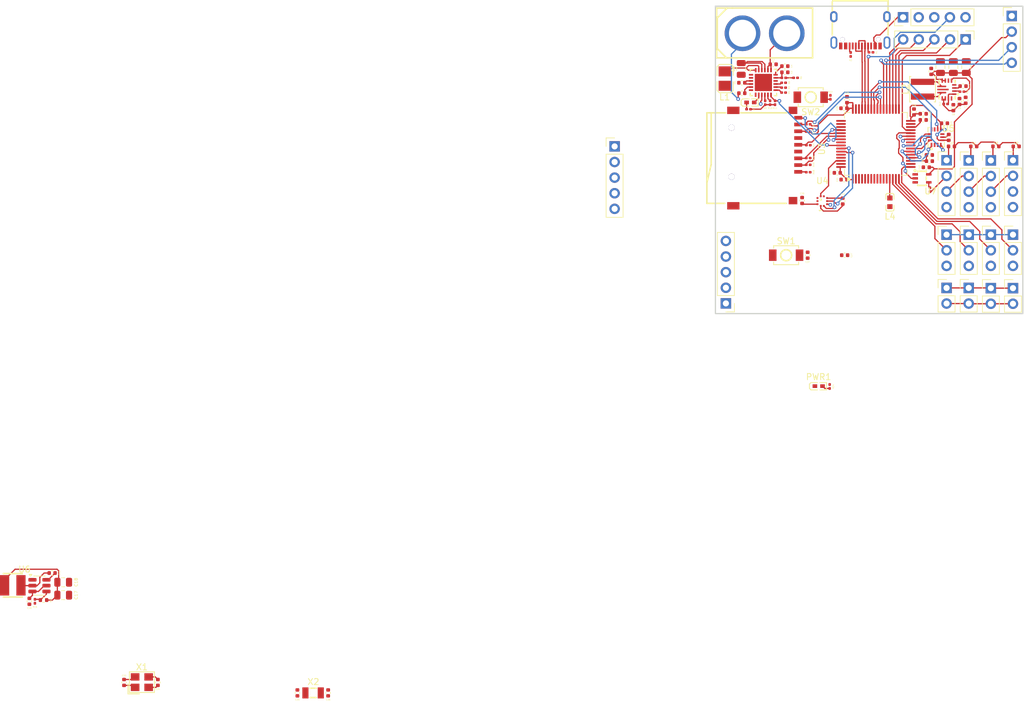
<source format=kicad_pcb>
(kicad_pcb (version 20241229) (generator "pcbnew") (generator_version "9.0")
  (layers (0 "F.Cu" signal) (2 "B.Cu" signal) (13 "F.Paste" user) (15 "B.Paste" user) (5 "F.SilkS" user "F.Silkscreen") (7 "B.SilkS" user "B.Silkscreen") (1 "F.Mask" user) (3 "B.Mask" user) (25 "Edge.Cuts" user))
  (net 0 "")
  (net 1 "PGND")
  (net 2 "VBUS")
  (net 3 "BAT+")
  (net 4 "GND")
  (net 5 "VREGN")
  (net 6 "Net-(U1-BTST)")
  (net 7 "/BTST")
  (net 8 "Net-(C5-Pad1)")
  (net 9 "VSYS")
  (net 10 "+5V")
  (net 11 "Net-(U5-Vaux)")
  (net 12 "Net-(U6-CB)")
  (net 13 "Net-(U6-SW)")
  (net 14 "+3.3V")
  (net 15 "Net-(U4-SDO)")
  (net 16 "Net-(U4-VDDIO)")
  (net 17 "Net-(U3-VCAP_1)")
  (net 18 "/HSE_IN")
  (net 19 "/HSE_OUT")
  (net 20 "/LSE_IN")
  (net 21 "/LSE_OUT")
  (net 22 "/RESET")
  (net 23 "Net-(LED2-Pin_1)")
  (net 24 "Net-(LED3-Pin_1)")
  (net 25 "Net-(LED0-Pin_1)")
  (net 26 "Net-(LED1-Pin_1)")
  (net 27 "/SD_CMD")
  (net 28 "/SD_DAT2")
  (net 29 "/SD_CD")
  (net 30 "/SD_DAT3")
  (net 31 "/SD_DAT0")
  (net 32 "/SD_CLK")
  (net 33 "/SD_DAT1")
  (net 34 "Net-(D1-A)")
  (net 35 "Net-(D1-K)")
  (net 36 "/MOTOR0")
  (net 37 "/MOTOR1")
  (net 38 "/MOTOR2")
  (net 39 "/MOTOR3")
  (net 40 "/PB12")
  (net 41 "/PC1")
  (net 42 "/PA15")
  (net 43 "/PB14")
  (net 44 "/PC3")
  (net 45 "/PB2")
  (net 46 "/PB15")
  (net 47 "/PC2")
  (net 48 "/PB13")
  (net 49 "/PC13")
  (net 50 "/PB4")
  (net 51 "/PC0")
  (net 52 "/PA10")
  (net 53 "/PA13")
  (net 54 "/PA14")
  (net 55 "/PB11")
  (net 56 "/PB1")
  (net 57 "/PC7")
  (net 58 "/PC6")
  (net 59 "Net-(L1-Pad1)")
  (net 60 "Net-(U5-L2)")
  (net 61 "Net-(U5-L1)")
  (net 62 "Net-(U3-VDDA)")
  (net 63 "/LED1")
  (net 64 "/LED0")
  (net 65 "/LED2")
  (net 66 "/LED3")
  (net 68 "Net-(USB1-CC1)")
  (net 69 "Net-(USB1-CC2)")
  (net 70 "Net-(U1-ILIM)")
  (net 71 "Net-(U1-TS)")
  (net 72 "/BQ_PG")
  (net 73 "/BQ_SDA")
  (net 74 "/BQ_SCL")
  (net 75 "/BQ_INT")
  (net 76 "Net-(U5-EN)")
  (net 77 "Net-(U5-FB)")
  (net 78 "Net-(U5-PG)")
  (net 79 "Net-(U6-FB)")
  (net 80 "/BOOT")
  (net 81 "Net-(U7-Y)")
  (net 85 "/BQ_CE")
  (net 87 "/ICM_SDI")
  (net 90 "/ICM_CS")
  (net 91 "/ICM_INT2")
  (net 92 "/ICM_INT1")
  (net 94 "/ICM_SDO")
  (net 97 "/ICM_SCK")
  (net 98 "/LVL_SHFT")
  (net 99 "/BMP_INT")
  (net 100 "/I2C_SCL")
  (net 101 "/I2C_SDA")
  (net 102 "/USB_DN")
  (net 103 "/USB_DP")
  (net 106 "Net-(PWR1-A)")
  (footprint "lcsc:LGA-10_L2.0-W2.0-P0.50-TL_BMP580" (layer "F.Cu") (at 218.08 73.7 90)
    (property "Reference" "U4")
    (property "Value" "BMP580" (hide yes))
  )
  (footprint "Resistor_SMD:R_0201_0603Metric" (layer "F.Cu") (at 206.09 58.75)
    (property "Reference" "R7" (hide yes))
    (property "Value" "10K" (hide yes))
  )
  (footprint "Capacitor_SMD:C_0402_1005Metric" (layer "F.Cu") (at 235.5 67.2)
    (property "Reference" "C30" (hide yes))
    (property "Value" "1Uf" (hide yes))
  )
  (footprint "Resistor_SMD:R_0201_0603Metric" (layer "F.Cu") (at 215.7875 62.4 180)
    (property "Reference" "R16" (hide yes))
    (property "Value" "10K" (hide yes))
  )
  (footprint "Capacitor_SMD:C_0402_1005Metric" (layer "F.Cu") (at 89.1 138.8 -90)
    (property "Reference" "C16" (hide yes))
    (property "Value" "2.2uF" (hide yes))
  )
  (footprint "lcsc:SW-SMD_L3.9-W3.0-P4.45" (layer "F.Cu") (at 216.2 56.8)
    (property "Reference" "SW2")
    (property "Value" "TS-1088-AR02016" (hide yes))
  )
  (footprint "Connector_PinHeader_2.54mm:PinHeader_1x03_P2.54mm_Vertical" (layer "F.Cu") (at 241.91 79.16)
    (property "Reference" "J3" (hide yes))
    (property "Value" "Conn_01x03" (hide yes))
  )
  (footprint "Capacitor_SMD:C_0402_1005Metric" (layer "F.Cu") (at 92.8 134.2 180)
    (property "Reference" "C15" (hide yes))
    (property "Value" "100nF" (hide yes))
  )
  (footprint "Package_QFP:LQFP-64_10x10mm_P0.5mm" (layer "F.Cu") (at 226.8 64.4 90)
    (property "Reference" "U3")
    (property "Value" "STM32F722RETx" (hide yes))
  )
  (footprint "Capacitor_SMD:C_0402_1005Metric" (layer "F.Cu") (at 214.8 73.6 90)
    (property "Reference" "C20" (hide yes))
    (property "Value" "100nF" (hide yes))
  )
  (footprint "Capacitor_SMD:C_0402_1005Metric" (layer "F.Cu") (at 240.98 55 180)
    (property "Reference" "C14" (hide yes))
    (property "Value" "100nF" (hide yes))
  )
  (footprint "Capacitor_SMD:C_0402_1005Metric" (layer "F.Cu") (at 221.4 73.7 90)
    (property "Reference" "C19" (hide yes))
    (property "Value" "100nF" (hide yes))
  )
  (footprint "Capacitor_SMD:C_0402_1005Metric" (layer "F.Cu") (at 222.1 57.2 90)
    (property "Reference" "C25" (hide yes))
    (property "Value" "100nF" (hide yes))
  )
  (footprint "lcsc:USB-C-SMD_TYPE-C-6PIN-2MD-073" (layer "F.Cu") (at 224.28 46.0825 180)
    (property "Reference" "USB1" (hide yes))
    (property "Value" "TYPE-C 16PIN 2MD(073)" (hide yes))
  )
  (footprint "Package_TO_SOT_SMD:SOT-23-6" (layer "F.Cu") (at 90.7375 136.25)
    (property "Reference" "U6")
    (property "Value" "LMR51430" (hide yes))
  )
  (footprint "Connector_PinHeader_2.54mm:PinHeader_1x04_P2.54mm_Vertical" (layer "F.Cu") (at 241.9 67.08)
    (property "Reference" "LED1" (hide yes))
    (property "Value" "Conn_01x04" (hide yes))
  )
  (footprint "lcsc:LED0402-R-RD" (layer "F.Cu") (at 206.39 57.65)
    (property "Reference" "D1" (hide yes))
    (property "Value" "LED" (hide yes))
  )
  (footprint "lcsc:LGA-14_L3.0-W2.5-P0.50-TL" (layer "F.Cu") (at 236.6 63.3 90)
    (property "Reference" "U2" (hide yes))
    (property "Value" "ICM-45686" (hide yes))
  )
  (footprint "Resistor_SMD:R_0201_0603Metric" (layer "F.Cu") (at 219.4 56.82 90)
    (property "Reference" "R22" (hide yes))
    (property "Value" "10K" (hide yes))
  )
  (footprint "Capacitor_SMD:C_0805_2012Metric" (layer "F.Cu") (at 239.4 51.9 90)
    (property "Reference" "C10" (hide yes))
    (property "Value" "22uF" (hide yes))
  )
  (footprint "Connector_PinHeader_2.54mm:PinHeader_1x03_P2.54mm_Vertical" (layer "F.Cu") (at 249.1 79.16)
    (property "Reference" "J5" (hide yes))
    (property "Value" "Conn_01x03" (hide yes))
  )
  (footprint "Capacitor_SMD:C_0402_1005Metric" (layer "F.Cu") (at 221.62 70.2 180)
    (property "Reference" "C31" (hide yes))
    (property "Value" "1uF" (hide yes))
  )
  (footprint "lcsc:IND-SMD_L4.0-W4.0-A" (layer "F.Cu") (at 234.4 55.5 90)
    (property "Reference" "L2" (hide yes))
    (property "Value" "1.5uH" (hide yes))
  )
  (footprint "Resistor_SMD:R_0201_0603Metric" (layer "F.Cu") (at 226 49.5 180)
    (property "Reference" "R1" (hide yes))
    (property "Value" "5.1K" (hide yes))
  )
  (footprint "Capacitor_SMD:C_0805_2012Metric" (layer "F.Cu") (at 94.6 135.7)
    (property "Reference" "C18" (hide yes))
    (property "Value" "22uF" (hide yes))
  )
  (footprint "Connector_PinHeader_2.54mm:PinHeader_1x03_P2.54mm_Vertical" (layer "F.Cu") (at 245.5 79.16)
    (property "Reference" "J4" (hide yes))
    (property "Value" "Conn_01x03" (hide yes))
  )
  (footprint "Resistor_SMD:R_0201_0603Metric" (layer "F.Cu") (at 215.7875 61.2 180)
    (property "Reference" "R17" (hide yes))
    (property "Value" "10K" (hide yes))
  )
  (footprint "Capacitor_SMD:C_0402_1005Metric" (layer "F.Cu") (at 249.62 64.8)
    (property "Reference" "C39" (hide yes))
    (property "Value" "0.1uF" (hide yes))
  )
  (footprint "lcsc:L0603" (layer "F.Cu") (at 229.075 73.9 -90)
    (property "Reference" "L4")
    (property "Value" "FCM1608KF-601T03" (hide yes))
  )
  (footprint "lcsc:FC-135R_L3.2-W1.5" (layer "F.Cu") (at 135.25 153.7)
    (property "Reference" "X2")
    (property "Value" "Q13FC1350000400" (hide yes))
  )
  (footprint "Resistor_SMD:R_0201_0603Metric" (layer "F.Cu") (at 215.7875 67.8 180)
    (property "Reference" "R19" (hide yes))
    (property "Value" "10K" (hide yes))
  )
  (footprint "lcsc:LED0402-R-RD" (layer "F.Cu") (at 217.5 103.8)
    (property "Reference" "PWR1")
    (property "Value" "16-213/GHC-YR1S1/3T" (hide yes))
  )
  (footprint "Capacitor_SMD:C_0402_1005Metric" (layer "F.Cu") (at 233 59.2 90)
    (property "Reference" "C26" (hide yes))
    (property "Value" "100nF" (hide yes))
  )
  (footprint "Capacitor_SMD:C_0805_2012Metric" (layer "F.Cu") (at 237.3 51.9 90)
    (property "Reference" "C11" (hide yes))
    (property "Value" "22uF" (hide yes))
  )
  (footprint "lcsc:CONN-TH_XT60" (layer "F.Cu") (at 208.7 46.4)
    (property "Reference" "U8" (hide yes))
    (property "Value" "XT60" (hide yes))
  )
  (footprint "Capacitor_SMD:C_0402_1005Metric" (layer "F.Cu") (at 204.99 56.15)
    (property "Reference" "C1" (hide yes))
    (property "Value" "1uF" (hide yes))
  )
  (footprint "Capacitor_SMD:C_0402_1005Metric" (layer "F.Cu") (at 237.95 61.04)
    (property "Reference" "C21" (hide yes))
    (property "Value" "100nF" (hide yes))
  )
  (footprint "lcsc:L2520" (layer "F.Cu") (at 202.295 53.77 -90)
    (property "Reference" "L1")
    (property "Value" "1uH" (hide yes))
  )
  (footprint "Resistor_SMD:R_0201_0603Metric" (layer "F.Cu") (at 208.79 57.695 90)
    (property "Reference" "R9" (hide yes))
    (property "Value" "10K" (hide yes))
  )
  (footprint "Connector_PinHeader_2.54mm:PinHeader_1x03_P2.54mm_Vertical" (layer "F.Cu") (at 238.3 79.16)
    (property "Reference" "J2" (hide yes))
    (property "Value" "Conn_01x03" (hide yes))
  )
  (footprint "Capacitor_SMD:C_0805_2012Metric" (layer "F.Cu") (at 204.895 52.2 -90)
    (property "Reference" "C6" (hide yes))
    (property "Value" "44uF" (hide yes))
  )
  (footprint "Connector_PinHeader_2.54mm:PinHeader_1x04_P2.54mm_Vertical" (layer "F.Cu") (at 248.9 43.59)
    (property "Reference" "J11" (hide yes))
    (property "Value" "Conn_01x04" (hide yes))
  )
  (footprint "lcsc:SC-70-5_L2.1-W1.3-P0.65-LS2.1-BR" (layer "F.Cu") (at 234.3 70 180)
    (property "Reference" "U7")
    (property "Value" "74AHCT1G125DCKRG4" (hide yes))
  )
  (footprint "Connector_PinHeader_2.54mm:PinHeader_1x04_P2.54mm_Vertical" (layer "F.Cu") (at 249.1 67.06)
    (property "Reference" "LED3" (hide yes))
    (property "Value" "Conn_01x04" (hide yes))
  )
  (footprint "Connector_PinHeader_2.54mm:PinHeader_1x05_P2.54mm_Vertical" (layer "F.Cu") (at 241.4 47.4 -90)
    (property "Reference" "J13" (hide yes))
    (property "Value" "Conn_01x05" (hide yes))
  )
  (footprint "Capacitor_SMD:C_0402_1005Metric" (layer "F.Cu") (at 220.52 69.1 180)
    (property "Reference" "C23" (hide yes))
    (property "Value" "100nF" (hide yes))
  )
  (footprint "Capacitor_SMD:C_0402_1005Metric" (layer "F.Cu") (at 235.5 66.2)
    (property "Reference" "C24" (hide yes))
    (property "Value" "100nF" (hide yes))
  )
  (footprint "Resistor_SMD:R_0402_1005Metric" (layer "F.Cu") (at 91.4 138.6)
    (property "Reference" "R14" (hide yes))
    (property "Value" "100K" (hide yes))
  )
  (footprint "Capacitor_SMD:C_0402_1005Metric" (layer "F.Cu") (at 234.5 60.5)
    (property "Reference" "C32" (hide yes))
    (property "Value" "2.2uF" (hide yes))
  )
  (footprint "Capacitor_SMD:C_0402_1005Metric" (layer "F.Cu") (at 221.6 58.6 180)
    (property "Reference" "C29" (hide yes))
    (property "Value" "1uF" (hide yes))
  )
  (footprint "Capacitor_SMD:C_0402_1005Metric" (layer "F.Cu") (at 235 68.2 180)
    (property "Reference" "C42" (hide yes))
    (property "Value" "0.1uF" (hide yes))
  )
  (footprint "Connector_PinHeader_2.54mm:PinHeader_1x05_P2.54mm_Vertical" (layer "F.Cu") (at 231.22 43.8 90)
    (property "Reference" "J1" (hide yes))
    (property "Value" "Conn_01x05" (hide yes))
  )
  (footprint "lcsc:TF-SMD_TF-01A" (layer "F.Cu") (at 208.8875 66.7 -90)
    (property "Reference" "Card1" (hide yes))
    (property "Value" "TF-01A" (hide yes))
  )
  (footprint "Connector_PinHeader_2.54mm:PinHeader_1x02_P2.54mm_Vertical" (layer "F.Cu") (at 241.9 87.825)
    (property "Reference" "J7" (hide yes))
    (property "Value" "Conn_01x02" (hide yes))
  )
  (footprint "Capacitor_SMD:C_0402_1005Metric" (layer "F.Cu") (at 242.72 64.8)
    (property "Reference" "C41" (hide yes))
    (property "Value" "0.1uF" (hide yes))
  )
  (footprint "lcsc:CRYSTAL-SMD_4P-L3.2-W2.5-BL" (layer "F.Cu") (at 107.4 151.95)
    (property "Reference" "X1")
    (property "Value" "X322525MOB4SI" (hide yes))
  )
  (footprint "Resistor_SMD:R_0201_0603Metric" (layer "F.Cu") (at 209.59 57.695 90)
    (property "Reference" "R10" (hide yes))
    (property "Value" "10K" (hide yes))
  )
  (footprint "Capacitor_SMD:C_0402_1005Metric" (layer "F.Cu") (at 235.8 52.6 90)
    (property "Reference" "C12" (hide yes))
    (property "Value" "10uF" (hide yes))
  )
  (footprint "lcsc:IND-SMD_L3.0-W3.0" (layer "F.Cu") (at 86.4 136.2)
    (property "Reference" "L3" (hide yes))
    (property "Value" "5.6uH" (hide yes))
  )
  (footprint "lcsc:SW-SMD_L3.9-W3.0-P4.45" (layer "F.Cu") (at 212.2 82.5)
    (property "Reference" "SW1")
    (property "Value" "TS-1088-AR02016" (hide yes))
  )
  (footprint "Capacitor_SMD:C_0402_1005Metric" (layer "F.Cu") (at 211.99 51.75)
    (property "Reference" "C4" (hide yes))
    (property "Value" "47nF" (hide yes))
  )
  (footprint "Connector_PinHeader_2.54mm:PinHeader_1x04_P2.54mm_Vertical" (layer "F.Cu") (at 245.5 67.08)
    (property "Reference" "LED2" (hide yes))
    (property "Value" "Conn_01x04" (hide yes))
  )
  (footprint "Capacitor_SMD:C_0402_1005Metric" (layer "F.Cu") (at 238.65 63.34 90)
    (property "Reference" "C22" (hide yes))
    (property "Value" "100nF" (hide yes))
  )
  (footprint "Capacitor_SMD:C_0402_1005Metric" (layer "F.Cu") (at 210.09 51.45)
    (property "Reference" "C2" (hide yes))
    (property "Value" "10uF" (hide yes))
  )
  (footprint "Resistor_SMD:R_0201_0603Metric" (layer "F.Cu") (at 215.7875 69 180)
    (property "Reference" "R18" (hide yes))
    (property "Value" "10K" (hide yes))
  )
  (footprint "lcsc:VQFN-HR-15_L3.0-W2.5-P0.50-BL_TPS63070RNMR" (layer "F.Cu") (at 238.53 55.55 90)
    (property "Reference" "U5")
    (property "Value" "TPS63070RNMR" (hide yes))
  )
  (footprint "Capacitor_SMD:C_0402_1005Metric" (layer "F.Cu") (at 137.7 153.7 -90)
    (property "Reference" "C36" (hide yes))
    (property "Value" "6.8pF" (hide yes))
  )
  (footprint "Resistor_SMD:R_0201_0603Metric" (layer "F.Cu") (at 235.6 71.845 90)
    (property "Reference" "R23" (hide yes))
    (property "Value" "330" (hide yes))
  )
  (footprint "Connector_PinHeader_2.54mm:PinHeader_1x02_P2.54mm_Vertical" (layer "F.Cu") (at 245.5 87.86)
    (property "Reference" "J8" (hide yes))
    (property "Value" "Conn_01x02" (hide yes))
  )
  (footprint "Capacitor_SMD:C_0402_1005Metric" (layer "F.Cu") (at 246.32 64.8)
    (property "Reference" "C38" (hide yes))
    (property "Value" "0.1uF" (hide yes))
  )
  (footprint "Resistor_SMD:R_0201_0603Metric" (layer "F.Cu") (at 211.79 55.25 180)
    (property "Reference" "R3" (hide yes))
    (property "Value" "383" (hide yes))
  )
  (footprint "Capacitor_SMD:C_0402_1005Metric" (layer "F.Cu") (at 211.99 52.75 180)
    (property "Reference" "C3" (hide yes))
    (property "Value" "10uF" (hide yes))
  )
  (footprint "lcsc:VFQFPN-24_L4.0-W4.0-P0.50-BL-EP2.8" (layer "F.Cu") (at 208.49 54.4)
    (property "Reference" "U1" (hide yes))
    (property "Value" "BQ25883RGER" (hide yes))
  )
  (footprint "Resistor_SMD:R_0201_0603Metric" (layer "F.Cu") (at 211.79 56.05 180)
    (property "Reference" "R5" (hide yes))
    (property "Value" "30.1K" (hide yes))
  )
  (footprint "Capacitor_SMD:C_0402_1005Metric" (layer "F.Cu") (at 241.4 57.3 90)
    (property "Reference" "C7" (hide yes))
    (property "Value" "10uF" (hide yes))
  )
  (footprint "Resistor_SMD:R_0201_0603Metric" (layer "F.Cu") (at 240.8 55.9)
    (property "Reference" "R13" (hide yes))
    (property "Value" "10K" (hide yes))
  )
  (footprint "Connector_PinHeader_2.54mm:PinHeader_1x05_P2.54mm_Vertical" (layer "F.Cu") (at 202.4 90.34 180)
    (property "Reference" "J10" (hide yes))
    (property "Value" "Conn_01x05" (hide yes))
  )
  (footprint "Capacitor_SMD:C_0402_1005Metric" (layer "F.Cu") (at 240.4 57.5 90)
    (property "Reference" "C9" (hide yes))
    (property "Value" "10uF" (hide yes))
  )
  (footprint "Connector_PinHeader_2.54mm:PinHeader_1x02_P2.54mm_Vertical" (layer "F.Cu") (at 249.1 87.86)
    (property "Reference" "J9" (hide yes))
    (property "Value" "Conn_01x02" (hide yes))
  )
  (footprint "Resistor_SMD:R_0201_0603Metric" (layer "F.Cu") (at 215.7875 66.7 180)
    (property "Reference" "R20" (hide yes))
    (property "Value" "10K" (hide yes))
  )
  (footprint "Connector_PinHeader_2.54mm:PinHeader_1x05_P2.54mm_Vertical" (layer "F.Cu") (at 184.3 64.8)
    (property "Reference" "J12" (hide yes))
    (property "Value" "Conn_01x05" (hide yes))
  )
  (footprint "Connector_PinHeader_2.54mm:PinHeader_1x04_P2.54mm_Vertical" (layer "F.Cu") (at 238.3 67.06)
    (property "Reference" "LED0" (hide yes))
    (property "Value" "Conn_01x04" (hide yes))
  )
  (footprint "Resistor_SMD:R_0201_0603Metric" (layer "F.Cu") (at 238.145 57.9 180)
    (property "Reference" "R12" (hide yes))
    (property "Value" "10K" (hide yes))
  )
  (footprint "Resistor_SMD:R_0201_0603Metric" (layer "F.Cu") (at 219.28 103.855 -90)
    (property "Reference" "R24" (hide yes))
    (property "Value" "44" (hide yes))
  )
  (footprint "Capacitor_SMD:C_0402_1005Metric" (layer "F.Cu") (at 234.5 59.5)
    (property "Reference" "C28" (hide yes))
    (property "Value" "1uF" (hide yes))
  )
  (footprint "Resistor_SMD:R_0201_0603Metric" (layer "F.Cu") (at 213.735 53.65 180)
    (property "Reference" "R6" (hide yes))
    (property "Value" "10K" (hide yes))
  )
  (footprint "Resistor_SMD:R_0201_0603Metric" (layer "F.Cu") (at 210.39 57.695 90)
    (property "Reference" "R11" (hide yes))
    (property "Value" "10K" (hide yes))
  )
  (footprint "Resistor_SMD:R_0201_0603Metric" (layer "F.Cu") (at 222.7 49.845 90)
    (property "Reference" "R2" (hide yes))
    (property "Value" "5.1K" (hide yes))
  )
  (footprint "Capacitor_SMD:C_0805_2012Metric" (layer "F.Cu") (at 94.6 137.8)
    (property "Reference" "C17" (hide yes))
    (property "Value" "22uF" (hide yes))
  )
  (footprint "Resistor_SMD:R_0201_0603Metric" (layer "F.Cu") (at 211.81 53.65 180)
    (property "Reference" "R4" (hide yes))
    (property "Value" "5.23K" (hide yes))
  )
  (footprint "Resistor_SMD:R_0201_0603Metric" (layer "F.Cu") (at 215.8075 64.6 180)
    (property "Reference" "R21" (hide yes))
    (property "Value" "10K" (hide yes))
  )
  (footprint "Capacitor_SMD:C_0402_1005Metric" (layer "F.Cu") (at 104.5 152 90)
    (property "Reference" "C33" (hide yes))
    (property "Value" "20pF" (hide yes))
  )
  (footprint "Capacitor_SMD:C_0402_1005Metric" (layer "F.Cu") (at 110 152 -90)
    (property "Reference" "C34" (hide yes))
    (property "Value" "20pF" (hide yes))
  )
  (footprint "Capacitor_SMD:C_0402_1005Metric" (layer "F.Cu") (at 221.72 82.5)
    (property "Reference" "C27" (hide yes))
    (property "Value" "100nF" (hide yes))
  )
  (footprint "Resistor_SMD:R_0201_0603Metric" (layer "F.Cu") (at 211.79 54.45)
    (property "Reference" "R8" (hide yes))
    (property "Value" "10K" (hide yes))
  )
  (footprint "Capacitor_SMD:C_0402_1005Metric" (layer "F.Cu") (at 204.99 54.45 180)
    (property "Reference" "C5" (hide yes))
    (property "Value" "10uF" (hide yes))
  )
  (footprint "Resistor_SMD:R_0201_0603Metric" (layer "F.Cu") (at 90 138.8 -90)
    (property "Reference" "R15" (hide yes))
    (property "Value" "22.1K" (hide yes))
  )
  (footprint "Capacitor_SMD:C_0402_1005Metric" (layer "F.Cu") (at 239.1 64.8)
    (property "Reference" "C40" (hide yes))
    (property "Value" "0.1uF" (hide yes))
  )
  (footprint "Connector_PinHeader_2.54mm:PinHeader_1x02_P2.54mm_Vertical" (layer "F.Cu") (at 238.3 87.825)
    (property "Reference" "J6" (hide yes))
    (property "Value" "Conn_01x02" (hide yes))
  )
  (footprint "Capacitor_SMD:C_0402_1005Metric" (layer "F.Cu") (at 132.7 153.7 -90)
    (property "Reference" "C35" (hide yes))
    (property "Value" "6.8pF" (hide yes))
  )
  (footprint "Capacitor_SMD:C_0402_1005Metric" (layer "F.Cu") (at 215.7 82.5 90)
    (property "Reference" "C37" (hide yes))
    (property "Value" "100nF" (hide yes))
  )
  (footprint "Capacitor_SMD:C_0805_2012Metric" (layer "F.Cu") (at 241.5 51.9 90)
    (property "Reference" "C13" (hide yes))
    (property "Value" "22uF" (hide yes))
  )
  (footprint "Capacitor_SMD:C_0402_1005Metric" (layer "F.Cu") (at 239.4 58.5 90)
    (property "Reference" "C8" (hide yes))
    (property "Value" "10uF" (hide yes))
  )
  (gr_rect (start 200.7 42) (end 250.7 92) (stroke (width 0.2)) (fill no) (layer "Edge.Cuts"))
  (gr_text "R21" (at 216.6875 64.6 90) (layer "F.SilkS") (effects (font (size 0.25 0.25) (thickness 0.04))))
  (segment (start 241.9 90.365) (end 238.3 90.365) (width 0.2) (layer "F.Cu") (net 1))
  (segment (start 205.1 46.4) (end 205.1 48) (width 0.2) (layer "F.Cu") (net 1))
  (segment (start 204.4 57.1) (end 204.4 56.26) (width 0.2) (layer "F.Cu") (net 1))
  (segment (start 249.1 90.4) (end 245.5 90.4) (width 0.2) (layer "F.Cu") (net 1))
  (segment (start 241.935 90.4) (end 241.9 90.365) (width 0.2) (layer "F.Cu") (net 1))
  (segment (start 204.4 56.26) (end 204.51 56.15) (width 0.2) (layer "F.Cu") (net 1))
  (segment (start 245.5 90.4) (end 241.935 90.4) (width 0.2) (layer "F.Cu") (net 1))
  (via (at 204.4 57.1) (size 0.6) (drill 0.3) (layers "F.Cu" "B.Cu") (net 1))
  (segment (start 203.3 56) (end 204.4 57.1) (width 0.2) (layer "B.Cu") (net 1))
  (segment (start 203.3 49.8) (end 203.3 56) (width 0.2) (layer "B.Cu") (net 1))
  (segment (start 205.1 48) (end 205.1 46.4) (width 0.2) (layer "B.Cu") (net 1))
  (segment (start 203.3 49.8) (end 205.1 48) (width 0.2) (layer "B.Cu") (net 1))
  (segment (start 226.469 47.672864) (end 226.68 47.883864) (width 0.2) (layer "F.Cu") (net 2))
  (segment (start 226.469 47.092136) (end 226.469 47.672864) (width 0.2) (layer "F.Cu") (net 2))
  (segment (start 226.879636 46.6815) (end 226.469 47.092136) (width 0.2) (layer "F.Cu") (net 2))
  (segment (start 205.898 55.15) (end 205.47 55.578) (width 0.2) (layer "F.Cu") (net 2))
  (segment (start 227.460364 46.6815) (end 226.879636 46.6815) (width 0.2) (layer "F.Cu") (net 2))
  (segment (start 226.68 47.883864) (end 226.68 48.4625) (width 0.2) (layer "F.Cu") (net 2))
  (segment (start 206.49 55.15) (end 205.898 55.15) (width 0.2) (layer "F.Cu") (net 2))
  (segment (start 231.22 43.8) (end 230.341864 43.8) (width 0.2) (layer "F.Cu") (net 2))
  (segment (start 205.47 55.578) (end 205.47 56.15) (width 0.2) (layer "F.Cu") (net 2))
  (segment (start 230.341864 43.8) (end 227.460364 46.6815) (width 0.2) (layer "F.Cu") (net 2))
  (segment (start 209.61 49.09) (end 209.61 51.45) (width 0.2) (layer "F.Cu") (net 3))
  (segment (start 209.24 52.4) (end 209.24 51.82) (width 0.2) (layer "F.Cu") (net 3))
  (segment (start 209.24 51.82) (end 209.61 51.45) (width 0.2) (layer "F.Cu") (net 3))
  (segment (start 212.3 46.4) (end 209.61 49.09) (width 0.2) (layer "F.Cu") (net 3))
  (segment (start 209.74 52.4) (end 209.74 51.58) (width 0.2) (layer "F.Cu") (net 3))
  (segment (start 209.74 51.58) (end 209.61 51.45) (width 0.2) (layer "F.Cu") (net 3))
  (segment (start 105.88 151.52) (end 106.3 151.1) (width 0.2) (layer "F.Cu") (net 4))
  (segment (start 108.5 152.8) (end 109.68 152.8) (width 0.2) (layer "F.Cu") (net 4))
  (segment (start 104.5 151.52) (end 105.88 151.52) (width 0.2) (layer "F.Cu") (net 4))
  (segment (start 109.68 152.8) (end 110 152.48) (width 0.2) (layer "F.Cu") (net 4))
  (segment (start 218.86 74.2) (end 219.288706 74.2) (width 0.2) (layer "F.Cu") (net 4))
  (segment (start 219.288706 74.2) (end 219.388706 74.3) (width 0.2) (layer "F.Cu") (net 4))
  (segment (start 238.21 63.3) (end 238.65 62.86) (width 0.2) (layer "F.Cu") (net 4))
  (segment (start 237.61 63.3) (end 238.21 63.3) (width 0.2) (layer "F.Cu") (net 4))
  (via (at 219.388706 74.3) (size 0.6) (drill 0.3) (layers "F.Cu" "B.Cu") (net 4))
  (segment (start 210.49 53.65) (end 211.49 53.65) (width 0.2) (layer "F.Cu") (net 5))
  (segment (start 211.51 53.63) (end 211.49 53.65) (width 0.2) (layer "F.Cu") (net 5))
  (segment (start 211.51 52.75) (end 211.51 53.63) (width 0.2) (layer "F.Cu") (net 5))
  (segment (start 210.49 53.15) (end 210.49 52.77) (width 0.2) (layer "F.Cu") (net 6))
  (segment (start 210.49 52.77) (end 211.51 51.75) (width 0.2) (layer "F.Cu") (net 6))
  (segment (start 205.77 54.15) (end 205.47 54.45) (width 0.2) (layer "F.Cu") (net 8))
  (segment (start 206.49 54.65) (end 205.67 54.65) (width 0.2) (layer "F.Cu") (net 8))
  (segment (start 206.49 54.15) (end 205.77 54.15) (width 0.2) (layer "F.Cu") (net 8))
  (segment (start 205.67 54.65) (end 205.47 54.45) (width 0.2) (layer "F.Cu") (net 8))
  (segment (start 208.295 51) (end 205.895 51) (width 0.2) (layer "F.Cu") (net 9))
  (segment (start 237.825 57.225) (end 237.825 57.275) (width 0.2) (layer "F.Cu") (net 9))
  (segment (start 241.2 57.98) (end 241.4 57.78) (width 0.2) (layer "F.Cu") (net 9))
  (segment (start 208.74 52.4) (end 208.74 51.445) (width 0.2) (layer "F.Cu") (net 9))
  (segment (start 238.3 87.825) (end 241.9 87.825) (width 0.2) (layer "F.Cu") (net 9))
  (segment (start 245.465 87.825) (end 245.5 87.86) (width 0.2) (layer "F.Cu") (net 9))
  (segment (start 208.045 51.25) (end 208.24 51.445) (width 0.2) (layer "F.Cu") (net 9))
  (segment (start 249.1 87.86) (end 245.5 87.86) (width 0.2) (layer "F.Cu") (net 9))
  (segment (start 239.4 58.98) (end 240.4 57.98) (width 0.2) (layer "F.Cu") (net 9))
  (segment (start 237.825 58.125) (end 238.68 58.98) (width 0.2) (layer "F.Cu") (net 9))
  (segment (start 204.895 51.25) (end 208.045 51.25) (width 0.2) (layer "F.Cu") (net 9))
  (segment (start 90.570532 137.2) (end 91.520532 136.25) (width 0.2) (layer "F.Cu") (net 9))
  (segment (start 89.6 137.2) (end 90.570532 137.2) (width 0.2) (layer "F.Cu") (net 9))
  (segment (start 205.645 51.25) (end 204.895 51.25) (width 0.2) (layer "F.Cu") (net 9))
  (segment (start 205.895 51) (end 205.645 51.25) (width 0.2) (layer "F.Cu") (net 9))
  (segment (start 208.74 51.445) (end 208.295 51) (width 0.2) (layer "F.Cu") (net 9))
  (segment (start 240.4 57.98) (end 241.2 57.98) (width 0.2) (layer "F.Cu") (net 9))
  (segment (start 237.825 57.275) (end 238.1 57) (width 0.2) (layer "F.Cu") (net 9))
  (segment (start 241.9 87.825) (end 245.465 87.825) (width 0.2) (layer "F.Cu") (net 9))
  (segment (start 208.24 51.445) (end 208.24 52.4) (width 0.2) (layer "F.Cu") (net 9))
  (segment (start 237.825 57.9) (end 237.825 58.125) (width 0.2) (layer "F.Cu") (net 9))
  (segment (start 89.6 137.2) (end 89.6 137.82) (width 0.2) (layer "F.Cu") (net 9))
  (segment (start 237.6 57) (end 237.825 57.225) (width 0.2) (layer "F.Cu") (net 9))
  (segment (start 237.825 57.9) (end 237.825 57.275) (width 0.2) (layer "F.Cu") (net 9))
  (segment (start 91.520532 136.25) (end 91.875 136.25) (width 0.2) (layer "F.Cu") (net 9))
  (segment (start 238.68 58.98) (end 239.4 58.98) (width 0.2) (layer "F.Cu") (net 9))
  (segment (start 89.6 137.82) (end 89.1 138.32) (width 0.2) (layer "F.Cu") (net 9))
  (segment (start 237.3 52.85) (end 239.4 52.85) (width 0.2) (layer "F.Cu") (net 10))
  (segment (start 242.442 57.958) (end 242.442 53.792) (width 0.2) (layer "F.Cu") (net 10))
  (segment (start 246.1 64.1) (end 246.8 64.8) (width 0.2) (layer "F.Cu") (net 10))
  (segment (start 237.6 54.1) (end 237.399 53.899) (width 0.2) (layer "F.Cu") (net 10))
  (segment (start 236.7 53.899) (end 236.601 53.8) (width 0.2) (layer "F.Cu") (net 10))
  (segment (start 235.82 53.08) (end 236.3 52.6) (width 0.2) (layer "F.Cu") (net 10))
  (segment (start 248.9 46.13) (end 247.93 47.1) (width 0.2) (layer "F.Cu") (net 10))
  (segment (start 247.411 64.189) (end 249.489 64.189) (width 0.2) (layer "F.Cu") (net 10))
  (segment (start 247.93 47.1) (end 247.25 47.1) (width 0.2) (layer "F.Cu") (net 10))
  (segment (start 243.2 64.8) (end 243.9 64.1) (width 0.2) (layer "F.Cu") (net 10))
  (segment (start 247.25 47.1) (end 241.5 52.85) (width 0.2) (layer "F.Cu") (net 10))
  (segment (start 237.399 53.899) (end 236.7 53.899) (width 0.2) (layer "F.Cu") (net 10))
  (segment (start 243.9 64.1) (end 246.1 64.1) (width 0.2) (layer "F.Cu") (net 10))
  (segment (start 236.601 53.499) (end 236.182 53.08) (width 0.2) (layer "F.Cu") (net 10))
  (segment (start 242.442 53.792) (end 241.5 52.85) (width 0.2) (layer "F.Cu") (net 10))
  (segment (start 240.191 64.189) (end 242.589 64.189) (width 0.2) (layer "F.Cu") (net 10))
  (segment (start 237.05 52.6) (end 237.3 52.85) (width 0.2) (layer "F.Cu") (net 10))
  (segment (start 236.182 53.08) (end 235.8 53.08) (width 0.2) (layer "F.Cu") (net 10))
  (segment (start 239.58 64.8) (end 240.191 64.189) (width 0.2) (layer "F.Cu") (net 10))
  (segment (start 236.3 52.6) (end 237.05 52.6) (width 0.2) (layer "F.Cu") (net 10))
  (segment (start 249.489 64.189) (end 250.1 64.8) (width 0.2) (layer "F.Cu") (net 10))
  (segment (start 239.58 68.082) (end 239.58 64.8) (width 0.2) (layer "F.Cu") (net 10))
  (segment (start 235.4 69.35) (end 236.301 68.449) (width 0.2) (layer "F.Cu") (net 10))
  (segment (start 242.589 64.189) (end 243.2 64.8) (width 0.2) (layer "F.Cu") (net 10))
  (segment (start 236.301 68.449) (end 239.213 68.449) (width 0.2) (layer "F.Cu") (net 10))
  (segment (start 235.8 53.08) (end 235.82 53.08) (width 0.2) (layer "F.Cu") (net 10))
  (segment (start 236.601 53.8) (end 236.601 53.499) (width 0.2) (layer "F.Cu") (net 10))
  (segment (start 236.052 68.2) (end 236.301 68.449) (width 0.2) (layer "F.Cu") (net 10))
  (segment (start 239.58 64.8) (end 239.58 60.82) (width 0.2) (layer "F.Cu") (net 10))
  (segment (start 239.213 68.449) (end 239.58 68.082) (width 0.2) (layer "F.Cu") (net 10))
  (segment (start 239.58 60.82) (end 242.442 57.958) (width 0.2) (layer "F.Cu") (net 10))
  (segment (start 238.1 54.1) (end 237.6 54.1) (width 0.2) (layer "F.Cu") (net 10))
  (segment (start 239.4 52.85) (end 241.5 52.85) (width 0.2) (layer "F.Cu") (net 10))
  (segment (start 246.8 64.8) (end 247.411 64.189) (width 0.2) (layer "F.Cu") (net 10))
  (segment (start 235.48 68.2) (end 236.052 68.2) (width 0.2) (layer "F.Cu") (net 10))
  (segment (start 249.1 79.16) (end 245.5 79.16) (width 0.2) (layer "B.Cu") (net 10))
  (segment (start 245.5 79.16) (end 241.91 79.16) (width 0.2) (layer "B.Cu") (net 10))
  (segment (start 241.91 79.16) (end 238.3 79.16) (width 0.2) (layer "B.Cu") (net 10))
  (segment (start 240.2 55.3) (end 240.5 55) (width 0.2) (layer "F.Cu") (net 11))
  (segment (start 239.55 55.3) (end 240.2 55.3) (width 0.2) (layer "F.Cu") (net 11))
  (segment (start 92.18 135.3) (end 93.28 134.2) (width 0.2) (layer "F.Cu") (net 12))
  (segment (start 91.875 135.3) (end 92.18 135.3) (width 0.2) (layer "F.Cu") (net 12))
  (segment (start 91.5 134.2) (end 90.8 134.9) (width 0.2) (layer "F.Cu") (net 13))
  (segment (start 89.6 136.25) (end 87.78 136.25) (width 0.2) (layer "F.Cu") (net 13))
  (segment (start 90.8 134.9) (end 90.8 135.8) (width 0.2) (layer "F.Cu") (net 13))
  (segment (start 90.35 136.25) (end 89.6 136.25) (width 0.2) (layer "F.Cu") (net 13))
  (segment (start 90.8 135.8) (end 90.35 136.25) (width 0.2) (layer "F.Cu") (net 13))
  (segment (start 92.32 134.2) (end 91.5 134.2) (width 0.2) (layer "F.Cu") (net 13))
  (segment (start 87.78 136.25) (end 87.73 136.2) (width 0.2) (layer "F.Cu") (net 13))
  (segment (start 232.389 59.889) (end 232.389 58.39345) (width 0.2) (layer "F.Cu") (net 14))
  (segment (start 237.35 62.04) (end 237.94 62.04) (width 0.2) (layer "F.Cu") (net 14))
  (segment (start 222.1 57.68) (end 222.98 57.68) (width 0.2) (layer "F.Cu") (net 14))
  (segment (start 232.64345 58.139) (end 234.569 58.139) (width 0.2) (layer "F.Cu") (net 14))
  (segment (start 208.79 58.015) (end 209.59 58.015) (width 0.2) (layer "F.Cu") (net 14))
  (segment (start 217.2365 61.4635) (end 219 59.7) (width 0.2) (layer "F.Cu") (net 14))
  (segment (start 85.07 136.2) (end 85.07 135.29) (width 0.2) (layer "F.Cu") (net 14))
  (segment (start 237.35 62.04) (end 237.35 61.16) (width 0.2) (layer "F.Cu") (net 14))
  (segment (start 232.475 60.205) (end 232.59 60.09) (width 0.2) (layer "F.Cu") (net 14))
  (segment (start 236.769998 63.541998) (end 237.028 63.8) (width 0.2) (layer "F.Cu") (net 14))
  (segment (start 216.1075 62.4) (end 216.484774 62.777274) (width 0.2) (layer "F.Cu") (net 14))
  (segment (start 86.771 133.589) (end 93.60655 133.589) (width 0.2) (layer "F.Cu") (net 14))
  (segment (start 221 69.1) (end 221 68.275) (width 0.2) (layer "F.Cu") (net 14))
  (segment (start 217.073587 62.777274) (end 217.425644 62.425217) (width 0.2) (layer "F.Cu") (net 14))
  (segment (start 237.61 63.8) (end 238.63 63.8) (width 0.2) (layer "F.Cu") (net 14))
  (segment (start 206.41 58.75) (end 208.055 58.75) (width 0.2) (layer "F.Cu") (net 14))
  (segment (start 214.92 74.2) (end 217.3 74.2) (width 0.2) (layer "F.Cu") (net 14))
  (segment (start 223.05 57.75) (end 223.05 58.725) (width 0.2) (layer "F.Cu") (net 14))
  (segment (start 222.1 70.2) (end 222.925 70.2) (width 0.2) (layer "F.Cu") (net 14))
  (segment (start 232.59 60.09) (end 232.389 59.889) (width 0.2) (layer "F.Cu") (net 14))
  (segment (start 217.425644 61.652644) (end 217.2365 61.4635) (width 0.2) (layer "F.Cu") (net 14))
  (segment (start 232.389 58.39345) (end 232.64345 58.139) (width 0.2) (layer "F.Cu") (net 14))
  (segment (start 93.65 137.8) (end 92.85 138.6) (width 0.2) (layer "F.Cu") (net 14))
  (segment (start 93.861 135.489) (end 93.65 135.7) (width 0.2) (layer "F.Cu") (net 14))
  (segment (start 234.02 59.5) (end 233.18 59.5) (width 0.2) (layer "F.Cu") (net 14))
  (segment (start 234.569 58.139) (end 237.47 61.04) (width 0.2) (layer "F.Cu") (net 14))
  (segment (start 219 59.7) (end 221.5 59.7) (width 0.2) (layer "F.Cu") (net 14))
  (segment (start 85.07 135.29) (end 86.771 133.589) (width 0.2) (layer "F.Cu") (net 14))
  (segment (start 92.85 138.6) (end 91.91 138.6) (width 0.2) (layer "F.Cu") (net 14))
  (segment (start 93.861 133.84345) (end 93.861 135.489) (width 0.2) (layer "F.Cu") (net 14))
  (segment (start 222.1 58.58) (end 222.08 58.6) (width 0.2) (layer "F.Cu") (net 14))
  (segment (start 208.055 58.75) (end 208.79 58.015) (width 0.2) (layer "F.Cu") (net 14))
  (segment (start 222.925 70.2) (end 223.05 70.075) (width 0.2) (layer "F.Cu") (net 14))
  (segment (start 93.65 135.7) (end 93.65 137.8) (width 0.2) (layer "F.Cu") (net 14))
  (segment (start 222.6 58.6) (end 222.925 58.6) (width 0.2) (layer "F.Cu") (net 14))
  (segment (start 216.371 61.4635) (end 217.2365 61.4635) (width 0.2) (layer "F.Cu") (net 14))
  (segment (start 93.60655 133.589) (end 93.861 133.84345) (width 0.2) (layer "F.Cu") (net 14))
  (segment (start 237.35 61.16) (end 237.47 61.04) (width 0.2) (layer "F.Cu") (net 14))
  (segment (start 232.475 60.65) (end 232.475 60.205) (width 0.2) (layer "F.Cu") (net 14))
  (segment (start 236.769998 62.880002) (end 236.769998 63.541998) (width 0.2) (layer "F.Cu") (net 14))
  (segment (start 233.18 59.5) (end 233 59.68) (width 0.2) (layer "F.Cu") (net 14))
  (segment (start 238.63 63.8) (end 238.65 63.82) (width 0.2) (layer "F.Cu") (net 14))
  (segment (start 237.028 63.8) (end 237.61 63.8) (width 0.2) (layer "F.Cu") (net 14))
  (segment (start 222.98 57.68) (end 223.05 57.75) (width 0.2) (layer "F.Cu") (net 14))
  (segment (start 216.1075 61.2) (end 216.371 61.4635) (width 0.2) (layer "F.Cu") (net 14))
  (segment (start 222.925 58.6) (end 223.05 58.725) (width 0.2) (layer "F.Cu") (net 14))
  (segment (start 221 68.275) (end 221.125 68.15) (width 0.2) (layer "F.Cu") (net 14))
  (segment (start 216.484774 62.777274) (end 217.073587 62.777274) (width 0.2) (layer "F.Cu") (net 14))
  (segment (start 235.02 67.2) (end 235.02 66.2) (width 0.2) (layer "F.Cu") (net 14))
  (segment (start 234.97 67.15) (end 235.02 67.2) (width 0.2) (layer "F.Cu") (net 14))
  (segment (start 217.425644 62.425217) (end 217.425644 61.652644) (width 0.2) (layer "F.Cu") (net 14))
  (segment (start 209.59 58.015) (end 210.39 58.015) (width 0.2) (layer "F.Cu") (net 14))
  (segment (start 222.08 58.6) (end 222.6 58.6) (width 0.2) (layer "F.Cu") (net 14))
  (segment (start 214.8 74.08) (end 214.92 74.2) (width 0.2) (layer "F.Cu") (net 14))
  (segment (start 232.475 67.15) (end 234.97 67.15) (width 0.2) (layer "F.Cu") (net 14))
  (segment (start 222.1 57.68) (end 222.1 58.58) (width 0.2) (layer "F.Cu") (net 14))
  (segment (start 237.94 62.04) (end 238 62.1) (width 0.2) (layer "F.Cu") (net 14))
  (segment (start 221 69.1) (end 222.1 70.2) (width 0.2) (layer "F.Cu") (net 14))
  (segment (start 221.5 59.7) (end 222.6 58.6) (width 0.2) (layer "F.Cu") (net 14))
  (segment (start 232.59 60.09) (end 233 59.68) (width 0.2) (layer "F.Cu") (net 14))
  (via (at 236.769998 62.880002) (size 0.6) (drill 0.3) (layers "F.Cu" "B.Cu") (net 14))
  (via (at 238 62.1) (size 0.6) (drill 0.3) (layers "F.Cu" "B.Cu") (net 14))
  (segment (start 238 62.1) (end 237.55 62.1) (width 0.2) (layer "B.Cu") (net 14))
  (segment (start 237.55 62.1) (end 236.769998 62.880002) (width 0.2) (layer "B.Cu") (net 14))
  (segment (start 218.88 73.22) (end 218.86 73.2) (width 0.2) (layer "F.Cu") (net 15))
  (segment (start 221.4 73.22) (end 218.88 73.22) (width 0.2) (layer "F.Cu") (net 15))
  (segment (start 217.83 74.48) (end 217.83 74.882) (width 0.2) (layer "F.Cu") (net 16))
  (segment (start 221.4 74.459999) (end 221.4 74.18) (width 0.2) (layer "F.Cu") (net 16))
  (segment (start 220.539891 75.320108) (end 221.4 74.459999) (width 0.2) (layer "F.Cu") (net 16))
  (segment (start 218.268108 75.320108) (end 220.539891 75.320108) (width 0.2) (layer "F.Cu") (net 16))
  (segment (start 217.83 74.882) (end 218.268108 75.320108) (width 0.2) (layer "F.Cu") (net 16))
  (segment (start 234.02 60.913824) (end 234.02 60.5) (width 0.2) (layer "F.Cu") (net 17))
  (segment (start 232.475 61.65) (end 233.283824 61.65) (width 0.2) (layer "F.Cu") (net 17))
  (segment (start 233.283824 61.65) (end 234.02 60.913824) (width 0.2) (layer "F.Cu") (net 17))
  (segment (start 104.5 152.48) (end 105.98 152.48) (width 0.2) (layer "F.Cu") (net 18))
  (segment (start 105.98 152.48) (end 106.3 152.8) (width 0.2) (layer "F.Cu") (net 18))
  (segment (start 108.5 151.1) (end 109.58 151.1) (width 0.2) (layer "F.Cu") (net 19))
  (segment (start 109.58 151.1) (end 110 151.52) (width 0.2) (layer "F.Cu") (net 19))
  (segment (start 245.84 66.74) (end 245.5 67.08) (width 0.2) (layer "F.Cu") (net 23))
  (segment (start 245.84 64.8) (end 245.84 66.74) (width 0.2) (layer "F.Cu") (net 23))
  (segment (start 249.14 67.02) (end 249.1 67.06) (width 0.2) (layer "F.Cu") (net 24))
  (segment (start 249.14 64.8) (end 249.14 67.02) (width 0.2) (layer "F.Cu") (net 24))
  (segment (start 238.62 66.74) (end 238.3 67.06) (width 0.2) (layer "F.Cu") (net 25))
  (segment (start 238.62 64.8) (end 238.62 66.74) (width 0.2) (layer "F.Cu") (net 25))
  (segment (start 242.24 66.74) (end 241.9 67.08) (width 0.2) (layer "F.Cu") (net 26))
  (segment (start 242.24 64.8) (end 242.24 66.74) (width 0.2) (layer "F.Cu") (net 26))
  (segment (start 215.4675 66.500001) (end 218.817501 63.15) (width 0.2) (layer "F.Cu") (net 27))
  (segment (start 214.1675 66.74) (end 215.4275 66.74) (width 0.2) (layer "F.Cu") (net 27))
  (segment (start 215.4675 66.7) (end 215.4675 66.500001) (width 0.2) (layer "F.Cu") (net 27))
  (segment (start 218.817501 63.15) (end 221.125 63.15) (width 0.2) (layer "F.Cu") (net 27))
  (segment (start 215.4275 66.74) (end 215.4675 66.7) (width 0.2) (layer "F.Cu") (net 27))
  (segment (start 215.4075 68.94) (end 215.4675 69) (width 0.2) (layer "F.Cu") (net 28))
  (segment (start 214.1675 68.94) (end 215.4075 68.94) (width 0.2) (layer "F.Cu") (net 28))
  (segment (start 214.2275 60.2) (end 214.1675 60.14) (width 0.2) (layer "F.Cu") (net 29))
  (segment (start 220.000003 63.65) (end 219.900003 63.75) (width 0.2) (layer "F.Cu") (net 29))
  (segment (start 221.125 63.65) (end 220.000003 63.65) (width 0.2) (layer "F.Cu") (net 29))
  (segment (start 215.3 60.2) (end 214.2275 60.2) (width 0.2) (layer "F.Cu") (net 29))
  (via (at 219.900003 63.75) (size 0.6) (drill 0.3) (layers "F.Cu" "B.Cu") (net 29))
  (via (at 215.3 60.2) (size 0.6) (drill 0.3) (layers "F.Cu" "B.Cu") (net 29))
  (segment (start 215.3 61.501573) (end 215.3 60.2) (width 0.2) (layer "B.Cu") (net 29))
  (segment (start 219.449943 61) (end 217.672669 62.777274) (width 0.2) (layer "B.Cu") (net 29))
  (segment (start 216.575701 62.777274) (end 215.3 61.501573) (width 0.2) (layer "B.Cu") (net 29))
  (segment (start 220.301 61.851057) (end 219.449943 61) (width 0.2) (layer "B.Cu") (net 29))
  (segment (start 220.301 63.349003) (end 220.301 61.851057) (width 0.2) (layer "B.Cu") (net 29))
  (segment (start 219.900003 63.75) (end 220.301 63.349003) (width 0.2) (layer "B.Cu") (net 29))
  (segment (start 217.672669 62.777274) (end 216.575701 62.777274) (width 0.2) (layer "B.Cu") (net 29))
  (segment (start 216.7 66.90737) (end 216.7 66.1) (width 0.2) (layer "F.Cu") (net 30))
  (segment (start 216.40637 67.201) (end 216.7 66.90737) (width 0.2) (layer "F.Cu") (net 30))
  (segment (start 218.784601 63.75) (end 219.1 63.75) (width 0.2) (layer "F.Cu") (net 30))
  (segment (start 219.7 62.1) (end 221.075 62.1) (width 0.2) (layer "F.Cu") (net 30))
  (segment (start 215.4675 67.8) (end 215.4675 67.64013) (width 0.2) (layer "F.Cu") (net 30))
  (segment (start 215.90663 67.201) (end 216.40637 67.201) (width 0.2) (layer "F.Cu") (net 30))
  (segment (start 216.7 65.834601) (end 218.784601 63.75) (width 0.2) (layer "F.Cu") (net 30))
  (segment (start 221.075 62.1) (end 221.125 62.15) (width 0.2) (layer "F.Cu") (net 30))
  (segment (start 214.1675 67.84) (end 215.4275 67.84) (width 0.2) (layer "F.Cu") (net 30))
  (segment (start 216.7 66.1) (end 216.7 65.834601) (width 0.2) (layer "F.Cu") (net 30))
  (segment (start 215.4275 67.84) (end 215.4675 67.8) (width 0.2) (layer "F.Cu") (net 30))
  (segment (start 215.4675 67.64013) (end 215.90663 67.201) (width 0.2) (layer "F.Cu") (net 30))
  (via (at 219.7 62.1) (size 0.6) (drill 0.3) (layers "F.Cu" "B.Cu") (net 30))
  (via (at 219.1 63.75) (size 0.6) (drill 0.3) (layers "F.Cu" "B.Cu") (net 30))
  (segment (start 219.1 63.75) (end 219.1 62.7) (width 0.2) (layer "B.Cu") (net 30))
  (segment (start 219.1 62.7) (end 219.7 62.1) (width 0.2) (layer "B.Cu") (net 30))
  (segment (start 227.55 56.9) (end 227.45 56.8) (width 0.2) (layer "F.Cu") (net 31))
  (segment (start 215.80863 61.899) (end 215.4675 62.24013) (width 0.2) (layer "F.Cu") (net 31))
  (segment (start 215.4675 62.24013) (end 215.4675 62.4) (width 0.2) (layer "F.Cu") (net 31))
  (segment (start 216.683644 62.176274) (end 216.40637 61.899) (width 0.2) (layer "F.Cu") (net 31))
  (segment (start 216.824644 62.176274) (end 216.683644 62.176274) (width 0.2) (layer "F.Cu") (net 31))
  (segment (start 216.40637 61.899) (end 215.80863 61.899) (width 0.2) (layer "F.Cu") (net 31))
  (segment (start 227.55 58.725) (end 227.55 56.9) (width 0.2) (layer "F.Cu") (net 31))
  (segment (start 214.1675 62.34) (end 215.4075 62.34) (width 0.2) (layer "F.Cu") (net 31))
  (segment (start 215.4075 62.34) (end 215.4675 62.4) (width 0.2) (layer "F.Cu") (net 31))
  (via (at 227.45 56.8) (size 0.6) (drill 0.3) (layers "F.Cu" "B.Cu") (net 31))
  (via (at 216.824644 62.176274) (size 0.6) (drill 0.3) (layers "F.Cu" "B.Cu") (net 31))
  (segment (start 217.123726 62.176274) (end 217.4385 61.8615) (width 0.2) (layer "B.Cu") (net 31))
  (segment (start 216.824644 62.176274) (end 217.123726 62.176274) (width 0.2) (layer "B.Cu") (net 31))
  (segment (start 217.4385 61.8615) (end 217.4385 60.918587) (width 0.2) (layer "B.Cu") (net 31))
  (segment (start 221.557087 56.8) (end 227.45 56.8) (width 0.2) (layer "B.Cu") (net 31))
  (segment (start 217.4385 60.918587) (end 221.557087 56.8) (width 0.2) (layer "B.Cu") (net 31))
  (segment (start 216.401 64.099) (end 215.82863 64.099) (width 0.2) (layer "F.Cu") (net 32))
  (segment (start 219.999943 62.65) (end 219.948943 62.701) (width 0.2) (layer "F.Cu") (net 32))
  (segment (start 215.4275 64.54) (end 215.4875 64.6) (width 0.2) (layer "F.Cu") (net 32))
  (segment (start 214.1675 64.54) (end 215.4275 64.54) (width 0.2) (layer "F.Cu") (net 32))
  (segment (start 217.799 62.701) (end 216.401 64.099) (width 0.2) (layer "F.Cu") (net 32))
  (segment (start 215.4875 64.44013) (end 215.4875 64.6) (width 0.2) (layer "F.Cu") (net 32))
  (segment (start 215.82863 64.099) (end 215.4875 64.44013) (width 0.2) (layer "F.Cu") (net 32))
  (segment (start 221.125 62.65) (end 219.999943 62.65) (width 0.2) (layer "F.Cu") (net 32))
  (segment (start 219.948943 62.701) (end 217.799 62.701) (width 0.2) (layer "F.Cu") (net 32))
  (segment (start 227.201057 56.199) (end 226.849 56.551057) (width 0.2) (layer "F.Cu") (net 33))
  (segment (start 227.393002 56.002031) (end 227.393002 56.199) (width 0.2) (layer "F.Cu") (net 33))
  (segment (start 226.849 57.048943) (end 227.149 57.348943) (width 0.2) (layer "F.Cu") (net 33))
  (segment (start 227.149 57.348943) (end 227.149 57.751) (width 0.2) (layer "F.Cu") (net 33))
  (segment (start 227.05 57.85) (end 227.05 58.725) (width 0.2) (layer "F.Cu") (net 33))
  (segment (start 226.849 56.551057) (end 226.849 57.048943) (width 0.2) (layer "F.Cu") (net 33))
  (segment (start 215.4275 61.24) (end 215.4675 61.2) (width 0.2) (layer "F.Cu") (net 33))
  (segment (start 214.1675 61.24) (end 215.4275 61.24) (width 0.2) (layer "F.Cu") (net 33))
  (segment (start 227.149 57.751) (end 227.05 57.85) (width 0.2) (layer "F.Cu") (net 33))
  (segment (start 216.56987 60.8625) (end 216.40637 60.699) (width 0.2) (layer "F.Cu") (net 33))
  (segment (start 227.393002 56.199) (end 227.201057 56.199) (width 0.2) (layer "F.Cu") (net 33))
  (segment (start 216.8375 60.8625) (end 216.56987 60.8625) (width 0.2) (layer "F.Cu") (net 33))
  (segment (start 215.768501 60.699) (end 215.4675 61.000001) (width 0.2) (layer "F.Cu") (net 33))
  (segment (start 216.40637 60.699) (end 215.768501 60.699) (width 0.2) (layer "F.Cu") (net 33))
  (segment (start 215.4675 61.000001) (end 215.4675 61.2) (width 0.2) (layer "F.Cu") (net 33))
  (via (at 216.8375 60.8625) (size 0.6) (drill 0.3) (layers "F.Cu" "B.Cu") (net 33))
  (via (at 227.393002 56.002031) (size 0.6) (drill 0.3) (layers "F.Cu" "B.Cu") (net 33))
  (segment (start 216.8375 60.8625) (end 221.697969 56.002031) (width 0.2) (layer "B.Cu") (net 33))
  (segment (start 221.697969 56.002031) (end 227.393002 56.002031) (width 0.2) (layer "B.Cu") (net 33))
  (segment (start 205.77 57.65) (end 205.77 58.75) (width 0.2) (layer "F.Cu") (net 34))
  (segment (start 207.74 56.92) (end 207.01 57.65) (width 0.2) (layer "F.Cu") (net 35))
  (segment (start 207.74 56.4) (end 207.74 56.92) (width 0.2) (layer "F.Cu") (net 35))
  (segment (start 229.55 70.075) (end 229.55 70.950924) (width 0.2) (layer "F.Cu") (net 36))
  (segment (start 229.55 70.950924) (end 236.400076 77.801) (width 0.2) (layer "F.Cu") (net 36))
  (segment (start 236.400076 77.801) (end 236.400076 79.800076) (width 0.2) (layer "F.Cu") (net 36))
  (segment (start 236.400076 79.800076) (end 238.3 81.7) (width 0.2) (layer "F.Cu") (net 36))
  (segment (start 230.05 70.075) (end 230.05 70.883824) (width 0.2) (layer "F.Cu") (net 37))
  (segment (start 240.5 78.7) (end 240.5 80.29) (width 0.2) (layer "F.Cu") (net 37))
  (segment (start 239.2 77.4) (end 240.5 78.7) (width 0.2) (layer "F.Cu") (net 37))
  (segment (start 230.05 70.883824) (end 236.566176 77.4) (width 0.2) (layer "F.Cu") (net 37))
  (segment (start 236.566176 77.4) (end 239.2 77.4) (width 0.2) (layer "F.Cu") (net 37))
  (segment (start 240.5 80.29) (end 241.91 81.7) (width 0.2) (layer "F.Cu") (net 37))
  (segment (start 230.55 70.075) (end 230.55 70.816724) (width 0.2) (layer "F.Cu") (net 38))
  (segment (start 243.7 79.9) (end 245.5 81.7) (width 0.2) (layer "F.Cu") (net 38))
  (segment (start 242.051 76.999) (end 243.7 78.648) (width 0.2) (layer "F.Cu") (net 38))
  (segment (start 230.55 70.816724) (end 236.732276 76.999) (width 0.2) (layer "F.Cu") (net 38))
  (segment (start 236.732276 76.999) (end 242.051 76.999) (width 0.2) (layer "F.Cu") (net 38))
  (segment (start 243.7 78.648) (end 243.7 79.9) (width 0.2) (layer "F.Cu") (net 38))
  (segment (start 247.3 79.9) (end 249.1 81.7) (width 0.2) (layer "F.Cu") (net 39))
  (segment (start 236.898376 76.598) (end 245.498 76.598) (width 0.2) (layer "F.Cu") (net 39))
  (segment (start 232.475 68.15) (end 231.35 68.15) (width 0.2) (layer "F.Cu") (net 39))
  (segment (start 231.35 68.15) (end 231 68.5) (width 0.2) (layer "F.Cu") (net 39))
  (segment (start 245.498 76.598) (end 247.3 78.4) (width 0.2) (layer "F.Cu") (net 39))
  (segment (start 231 70.699624) (end 236.898376 76.598) (width 0.2) (layer "F.Cu") (net 39))
  (segment (start 247.3 78.4) (end 247.3 79.9) (width 0.2) (layer "F.Cu") (net 39))
  (segment (start 231 68.5) (end 231 70.699624) (width 0.2) (layer "F.Cu") (net 39))
  (segment (start 236.65445 49.60555) (end 230.99445 49.60555) (width 0.2) (layer "F.Cu") (net 40))
  (segment (start 230.55 50.05) (end 230.55 58.725) (width 0.2) (layer "F.Cu") (net 40))
  (segment (start 238.86 47.4) (end 236.65445 49.60555) (width 0.2) (layer "F.Cu") (net 40))
  (segment (start 230.99445 49.60555) (end 230.55 50.05) (width 0.2) (layer "F.Cu") (net 40))
  (segment (start 232.37645 48.80355) (end 230.40355 48.80355) (width 0.2) (layer "F.Cu") (net 43))
  (segment (start 229.55 49.6571) (end 229.55 58.725) (width 0.2) (layer "F.Cu") (net 43))
  (segment (start 230.40355 48.80355) (end 229.55 49.6571) (width 0.2) (layer "F.Cu") (net 43))
  (segment (start 233.78 47.4) (end 232.37645 48.80355) (width 0.2) (layer "F.Cu") (net 43))
  (segment (start 232.475 63.15) (end 230.85 63.15) (width 0.2) (layer "F.Cu") (net 45))
  (segment (start 230.85 63.15) (end 230.8 63.2) (width 0.2) (layer "F.Cu") (net 45))
  (via (at 230.8 63.2) (size 0.6) (drill 0.3) (layers "F.Cu" "B.Cu") (net 45))
  (segment (start 229.05 49.59) (end 229.05 58.725) (width 0.2) (layer "F.Cu") (net 46))
  (segment (start 231.24 47.4) (end 229.05 49.59) (width 0.2) (layer "F.Cu") (net 46))
  (segment (start 236.32 47.4) (end 234.51545 49.20455) (width 0.2) (layer "F.Cu") (net 48))
  (segment (start 230.8 49.20455) (end 230.05 49.95455) (width 0.2) (layer "F.Cu") (net 48))
  (segment (start 234.51545 49.20455) (end 230.8 49.20455) (width 0.2) (layer "F.Cu") (net 48))
  (segment (start 230.05 49.95455) (end 230.05 58.725) (width 0.2) (layer "F.Cu") (net 48))
  (segment (start 225.55 58.725) (end 225.55 50.255) (width 0.2) (layer "F.Cu") (net 52))
  (segment (start 225.55 50.255) (end 225.605 50.2) (width 0.2) (layer "F.Cu") (net 52))
  (via (at 225.605 50.2) (size 0.6) (drill 0.3) (layers "F.Cu" "B.Cu") (net 52))
  (segment (start 228.9 50.2) (end 229.8 49.3) (width 0.2) (layer "B.Cu") (net 52))
  (segment (start 229.8 49.3) (end 229.8 47.21224) (width 0.2) (layer "B.Cu") (net 52))
  (segment (start 236.391 46.249) (end 238.84 43.8) (width 0.2) (layer "B.Cu") (net 52))
  (segment (start 230.76324 46.249) (end 236.391 46.249) (width 0.2) (layer "B.Cu") (net 52))
  (segment (start 225.605 50.2) (end 228.9 50.2) (width 0.2) (layer "B.Cu") (net 52))
  (segment (start 229.8 47.21224) (end 230.76324 46.249) (width 0.2) (layer "B.Cu") (net 52))
  (segment (start 231.79345 50.00655) (end 238.79345 50.00655) (width 0.2) (layer "F.Cu") (net 55))
  (segment (start 231.1 61.583824) (end 231.1 50.7) (width 0.2) (layer "F.Cu") (net 55))
  (segment (start 238.79345 50.00655) (end 241.4 47.4) (width 0.2) (layer "F.Cu") (net 55))
  (segment (start 232.475 62.15) (end 231.666176 62.15) (width 0.2) (layer "F.Cu") (net 55))
  (segment (start 231.666176 62.15) (end 231.1 61.583824) (width 0.2) (layer "F.Cu") (net 55))
  (segment (start 231.1 50.7) (end 231.79345 50.00655) (width 0.2) (layer "F.Cu") (net 55))
  (segment (start 232.475 63.65) (end 231.45 63.65) (width 0.2) (layer "F.Cu") (net 56))
  (segment (start 231.45 63.65) (end 231.2 63.9) (width 0.2) (layer "F.Cu") (net 56))
  (via (at 231.2 63.9) (size 0.6) (drill 0.3) (layers "F.Cu" "B.Cu") (net 56))
  (segment (start 227.649997 50.8) (end 227.649997 51.04794) (width 0.2) (layer "F.Cu") (net 57))
  (segment (start 228.05 51.447943) (end 228.05 58.725) (width 0.2) (layer "F.Cu") (net 57))
  (segment (start 227.649997 51.04794) (end 228.05 51.447943) (width 0.2) (layer "F.Cu") (net 57))
  (via (at 227.649997 50.8) (size 0.6) (drill 0.3) (layers "F.Cu" "B.Cu") (net 57))
  (segment (start 227.649997 50.8) (end 227.649997 50.84994) (width 0.2) (layer "B.Cu") (net 57))
  (segment (start 247.79 51.41) (end 247.99 51.21) (width 0.2) (layer "B.Cu") (net 57))
  (segment (start 227.649997 50.84994) (end 228.210057 51.41) (width 0.2) (layer "B.Cu") (net 57))
  (segment (start 247.99 51.21) (end 248.9 51.21) (width 0.2) (layer "B.Cu") (net 57))
  (segment (start 228.210057 51.41) (end 247.79 51.41) (width 0.2) (layer "B.Cu") (net 57))
  (segment (start 228.55 50.9) (end 228.55 58.725) (width 0.2) (layer "F.Cu") (net 58))
  (segment (start 228.45 50.8) (end 228.55 50.9) (width 0.2) (layer "F.Cu") (net 58))
  (via (at 228.45 50.8) (size 0.6) (drill 0.3) (layers "F.Cu" "B.Cu") (net 58))
  (segment (start 228.45 50.8) (end 246.77 50.8) (width 0.2) (layer "B.Cu") (net 58))
  (segment (start 246.77 50.8) (end 248.9 48.67) (width 0.2) (layer "B.Cu") (net 58))
  (segment (start 207.25 52.4) (end 206.044 52.4) (width 0.2) (layer "F.Cu") (net 59))
  (segment (start 202.844 52.051) (end 202.295 52.6) (width 0.2) (layer "F.Cu") (net 59))
  (segment (start 207.595 51.651) (end 206.095 51.651) (width 0.2) (layer "F.Cu") (net 59))
  (segment (start 207.74 52.4) (end 207.74 51.796) (width 0.2) (layer "F.Cu") (net 59))
  (segment (start 207.74 51.796) (end 207.595 51.651) (width 0.2) (layer "F.Cu") (net 59))
  (segment (start 206.095 51.651) (end 205.695 52.051) (width 0.2) (layer "F.Cu") (net 59))
  (segment (start 206.044 52.4) (end 205.695 52.051) (width 0.2) (layer "F.Cu") (net 59))
  (segment (start 205.695 52.051) (end 202.844 52.051) (width 0.2) (layer "F.Cu") (net 59))
  (segment (start 234.4 54.3) (end 236.76 54.3) (width 0.2) (layer "F.Cu") (net 60))
  (segment (start 236.76 54.3) (end 237.51 55.05) (width 0.2) (layer "F.Cu") (net 60))
  (segment (start 236.86 56.7) (end 237.51 56.05) (width 0.2) (layer "F.Cu") (net 61))
  (segment (start 234.4 56.7) (end 236.86 56.7) (width 0.2) (layer "F.Cu") (net 61))
  (segment (start 229.05 73.175) (end 229.075 73.2) (width 0.2) (layer "F.Cu") (net 62))
  (segment (start 229.05 70.075) (end 229.05 73.175) (width 0.2) (layer "F.Cu") (net 62))
  (segment (start 238.3 72.14) (end 240.82 69.62) (width 0.2) (layer "F.Cu") (net 63))
  (segment (start 240.82 69.62) (end 241.9 69.62) (width 0.2) (layer "F.Cu") (net 63))
  (segment (start 238.3 69.62487) (end 238.3 69.6) (width 0.2) (layer "F.Cu") (net 64))
  (segment (start 235.6 72.165) (end 235.75987 72.165) (width 0.2) (layer "F.Cu") (net 64))
  (segment (start 235.75987 72.165) (end 238.3 69.62487) (width 0.2) (layer "F.Cu") (net 64))
  (segment (start 244.44 69.62) (end 245.5 69.62) (width 0.2) (layer "F.Cu") (net 65))
  (segment (start 241.9 72.16) (end 244.44 69.62) (width 0.2) (layer "F.Cu") (net 65))
  (segment (start 248.06 69.6) (end 249.1 69.6) (width 0.2) (layer "F.Cu") (net 66))
  (segment (start 245.5 72.16) (end 248.06 69.6) (width 0.2) (layer "F.Cu") (net 66))
  (segment (start 225.53 49.35) (end 225.53 48.4625) (width 0.2) (layer "F.Cu") (net 68))
  (segment (start 225.68 49.5) (end 225.53 49.35) (width 0.2) (layer "F.Cu") (net 68))
  (segment (start 222.53 48.4625) (end 222.53 49.355) (width 0.2) (layer "F.Cu") (net 69))
  (segment (start 222.53 49.355) (end 222.7 49.525) (width 0.2) (layer "F.Cu") (net 69))
  (segment (start 211.37 55.15) (end 211.47 55.25) (width 0.2) (layer "F.Cu") (net 70))
  (segment (start 210.49 55.15) (end 211.37 55.15) (width 0.2) (layer "F.Cu") (net 70))
  (segment (start 211.07 55.65) (end 211.47 56.05) (width 0.2) (layer "F.Cu") (net 71))
  (segment (start 210.49 55.65) (end 211.07 55.65) (width 0.2) (layer "F.Cu") (net 71))
  (segment (start 212.13 53.65) (end 213.415 53.65) (width 0.2) (layer "F.Cu") (net 71))
  (segment (start 210.49 54.65) (end 211.27 54.65) (width 0.2) (layer "F.Cu") (net 72))
  (segment (start 211.27 54.65) (end 211.47 54.45) (width 0.2) (layer "F.Cu") (net 72))
  (segment (start 208.74 57.325) (end 208.79 57.375) (width 0.2) (layer "F.Cu") (net 73))
  (segment (start 208.74 56.4) (end 208.74 57.325) (width 0.2) (layer "F.Cu") (net 73))
  (segment (start 209.24 56.4) (end 209.24 57.025) (width 0.2) (layer "F.Cu") (net 74))
  (segment (start 209.24 57.025) (end 209.59 57.375) (width 0.2) (layer "F.Cu") (net 74))
  (segment (start 210.415 57.4) (end 210.39 57.375) (width 0.2) (layer "F.Cu") (net 75))
  (segment (start 218.938384 64.65) (end 218.835757 64.547373) (width 0.2) (layer "F.Cu") (net 75))
  (segment (start 209.74 56.725) (end 210.39 57.375) (width 0.2) (layer "F.Cu") (net 75))
  (segment (start 211.1 57.4) (end 210.415 57.4) (width 0.2) (layer "F.Cu") (net 75))
  (segment (start 221.125 64.65) (end 218.938384 64.65) (width 0.2) (layer "F.Cu") (net 75))
  (segment (start 209.74 56.4) (end 209.74 56.725) (width 0.2) (layer "F.Cu") (net 75))
  (via (at 211.1 57.4) (size 0.6) (drill 0.3) (layers "F.Cu" "B.Cu") (net 75))
  (via (at 218.835757 64.547373) (size 0.6) (drill 0.3) (layers "F.Cu" "B.Cu") (net 75))
  (segment (start 218.835757 64.547373) (end 217.7787 64.547373) (width 0.2) (layer "B.Cu") (net 75))
  (segment (start 217.7787 64.547373) (end 211.1 57.868673) (width 0.2) (layer "B.Cu") (net 75))
  (segment (start 211.1 57.868673) (end 211.1 57.4) (width 0.2) (layer "B.Cu") (net 75))
  (segment (start 238.723 56.3) (end 238.6 56.423) (width 0.2) (layer "F.Cu") (net 76))
  (segment (start 238.6 57.765) (end 238.465 57.9) (width 0.2) (layer "F.Cu") (net 76))
  (segment (start 238.6 56.423) (end 238.6 57) (width 0.2) (layer "F.Cu") (net 76))
  (segment (start 239.55 56.3) (end 238.723 56.3) (width 0.2) (layer "F.Cu") (net 76))
  (segment (start 238.6 57) (end 238.6 57.765) (width 0.2) (layer "F.Cu") (net 76))
  (segment (start 241.12 55.9) (end 241.49755 55.9) (width 0.2) (layer "F.Cu") (net 77))
  (segment (start 242.041 54.241) (end 241.5 53.7) (width 0.2) (layer "F.Cu") (net 77))
  (segment (start 241.49755 55.9) (end 242.041 55.35655) (width 0.2) (layer "F.Cu") (net 77))
  (segment (start 239.1 54) (end 239.1 54.1) (width 0.2) (layer "F.Cu") (net 77))
  (segment (start 242.041 55.35655) (end 242.041 54.241) (width 0.2) (layer "F.Cu") (net 77))
  (segment (start 239.4 53.7) (end 239.1 54) (width 0.2) (layer "F.Cu") (net 77))
  (segment (start 241.5 53.7) (end 239.4 53.7) (width 0.2) (layer "F.Cu") (net 77))
  (segment (start 240.38 55.8) (end 240.48 55.9) (width 0.2) (layer "F.Cu") (net 78))
  (segment (start 239.55 55.8) (end 240.38 55.8) (width 0.2) (layer "F.Cu") (net 78))
  (segment (start 91.875 137.615) (end 90.89 138.6) (width 0.2) (layer "F.Cu") (net 79))
  (segment (start 90.89 138.6) (end 90.77 138.48) (width 0.2) (layer "F.Cu") (net 79))
  (segment (start 90.77 138.48) (end 90 138.48) (width 0.2) (layer "F.Cu") (net 79))
  (segment (start 91.875 137.2) (end 91.875 137.615) (width 0.2) (layer "F.Cu") (net 79))
  (segment (start 218.38 56.8) (end 218.72 57.14) (width 0.2) (layer "F.Cu") (net 80))
  (segment (start 218.72 57.14) (end 219.4 57.14) (width 0.2) (layer "F.Cu") (net 80))
  (segment (start 235.4 70.65) (end 235.4 71.325) (width 0.2) (layer "F.Cu") (net 81))
  (segment (start 235.4 71.325) (end 235.6 71.525) (width 0.2) (layer "F.Cu") (net 81))
  (segment (start 208.060493 57.895977) (end 208.060493 57.479507) (width 0.2) (layer "F.Cu") (net 85))
  (segment (start 208.24 57.3) (end 208.24 56.4) (width 0.2) (layer "F.Cu") (net 85))
  (segment (start 208.060493 57.479507) (end 208.24 57.3) (width 0.2) (layer "F.Cu") (net 85))
  (via (at 208.060493 57.895977) (size 0.6) (drill 0.3) (layers "F.Cu" "B.Cu") (net 85))
  (segment (start 235.59 63.8) (end 234.24 65.15) (width 0.2) (layer "F.Cu") (net 87))
  (segment (start 234.24 65.15) (end 232.475 65.15) (width 0.2) (layer "F.Cu") (net 87))
  (segment (start 233.9 66.55) (end 233.8 66.65) (width 0.2) (layer "F.Cu") (net 90))
  (segment (start 234.83324 62.8) (end 234.051462 63.581778) (width 0.2) (layer "F.Cu") (net 90))
  (segment (start 233.8 66.65) (end 232.475 66.65) (width 0.2) (layer "F.Cu") (net 90))
  (segment (start 235.59 62.8) (end 234.83324 62.8) (width 0.2) (layer "F.Cu") (net 90))
  (segment (start 234.051462 63.581778) (end 234.051462 64.348538) (width 0.2) (layer "F.Cu") (net 90))
  (segment (start 234.051462 64.348538) (end 234 64.4) (width 0.2) (layer "F.Cu") (net 90))
  (via (at 233.9 66.55) (size 0.6) (drill 0.3) (layers "F.Cu" "B.Cu") (net 90))
  (via (at 234 64.4) (size 0.6) (drill 0.3) (layers "F.Cu" "B.Cu") (net 90))
  (segment (start 233.220928 65.179072) (end 233.220928 65.998943) (width 0.2) (layer "B.Cu") (net 90))
  (segment (start 234 64.4) (end 233.220928 65.179072) (width 0.2) (layer "B.Cu") (net 90))
  (segment (start 233.771986 66.550001) (end 233.9 66.55) (width 0.2) (layer "B.Cu") (net 90))
  (segment (start 233.220928 65.998943) (end 233.771986 66.550001) (width 0.2) (layer "B.Cu") (net 90))
  (segment (start 226.05 58.725) (end 226.047 58.722) (width 0.2) (layer "F.Cu") (net 91))
  (segment (start 236.85 61.33749) (end 236.85 62.04) (width 0.2) (layer "F.Cu") (net 91))
  (segment (start 226.047 55.703) (end 227.45 54.3) (width 0.2) (layer "F.Cu") (net 91))
  (segment (start 226.047 58.722) (end 226.047 55.703) (width 0.2) (layer "F.Cu") (net 91))
  (segment (start 236.69 61.17749) (end 236.85 61.33749) (width 0.2) (layer "F.Cu") (net 91))
  (via (at 227.45 54.3) (size 0.6) (drill 0.3) (layers "F.Cu" "B.Cu") (net 91))
  (via (at 236.69 61.17749) (size 0.6) (drill 0.3) (layers "F.Cu" "B.Cu") (net 91))
  (segment (start 227.45 54.3) (end 232 54.3) (width 0.2) (layer "B.Cu") (net 91))
  (segment (start 236.69 58.99) (end 236.69 61.17749) (width 0.2) (layer "B.Cu") (net 91))
  (segment (start 236 58.3) (end 236.69 58.99) (width 0.2) (layer "B.Cu") (net 91))
  (segment (start 232 54.3) (end 236 58.3) (width 0.2) (layer "B.Cu") (net 91))
  (segment (start 226.55 58.725) (end 226.55 57.317043) (width 0.2) (layer "F.Cu") (net 92))
  (segment (start 231.3 64.7) (end 232.425 64.7) (width 0.2) (layer "F.Cu") (net 92))
  (segment (start 237.7 65.4) (end 237.7 64.91) (width 0.2) (layer "F.Cu") (net 92))
  (segment (start 226.55 57.317043) (end 226.448 57.215043) (width 0.2) (layer "F.Cu") (net 92))
  (segment (start 237.7 64.91) (end 237.35 64.56) (width 0.2) (layer "F.Cu") (net 92))
  (segment (start 232.425 64.7) (end 232.475 64.65) (width 0.2) (layer "F.Cu") (net 92))
  (segment (start 226.448 57.215043) (end 226.448 56.09709) (width 0.2) (layer "F.Cu") (net 92))
  (segment (start 227.34509 55.2) (end 227.4 55.2) (width 0.2) (layer "F.Cu") (net 92))
  (segment (start 226.448 56.09709) (end 227.34509 55.2) (width 0.2) (layer "F.Cu") (net 92))
  (via (at 237.7 65.4) (size 0.6) (drill 0.3) (layers "F.Cu" "B.Cu") (net 92))
  (via (at 227.4 55.2) (size 0.6) (drill 0.3) (layers "F.Cu" "B.Cu") (net 92))
  (via (at 231.3 64.7) (size 0.6) (drill 0.3) (layers "F.Cu" "B.Cu") (net 92))
  (segment (start 227.4 55.2) (end 231.7 55.2) (width 0.2) (layer "B.Cu") (net 92))
  (segment (start 235.8 63.4) (end 235.8 63.5) (width 0.2) (layer "B.Cu") (net 92))
  (segment (start 235.8 63.5) (end 237.7 65.4) (width 0.2) (layer "B.Cu") (net 92))
  (segment (start 234.267815 63.132185) (end 232.7 64.7) (width 0.2) (layer "B.Cu") (net 92))
  (segment (start 231.7 55.2) (end 235.8 59.3) (width 0.2) (layer "B.Cu") (net 92))
  (segment (start 232.7 64.7) (end 231.3 64.7) (width 0.2) (layer "B.Cu") (net 92))
  (segment (start 235.532185 63.132185) (end 234.267815 63.132185) (width 0.2) (layer "B.Cu") (net 92))
  (segment (start 235.8 63.4) (end 235.532185 63.132185) (width 0.2) (layer "B.Cu") (net 92))
  (segment (start 235.8 59.3) (end 235.8 63.4) (width 0.2) (layer "B.Cu") (net 92))
  (segment (start 231.1 65.6) (end 231.2 65.7) (width 0.2) (layer "F.Cu") (net 94))
  (segment (start 235.85 64.56) (end 235.85 64.801856) (width 0.2) (layer "F.Cu") (net 94))
  (segment (start 232.425 65.6) (end 232.475 65.65) (width 0.2) (layer "F.Cu") (net 94))
  (segment (start 231.1 65.6) (end 232.425 65.6) (width 0.2) (layer "F.Cu") (net 94))
  (segment (start 235.85 64.801856) (end 235.347535 65.304321) (width 0.2) (layer "F.Cu") (net 94))
  (via (at 231.1 65.6) (size 0.6) (drill 0.3) (layers "F.Cu" "B.Cu") (net 94))
  (via (at 235.347535 65.304321) (size 0.6) (drill 0.3) (layers "F.Cu" "B.Cu") (net 94))
  (segment (start 234.148943 67.151) (end 235.347535 65.952408) (width 0.2) (layer "B.Cu") (net 94))
  (segment (start 232.551 67.151) (end 234.148943 67.151) (width 0.2) (layer "B.Cu") (net 94))
  (segment (start 231.1 65.6) (end 231.1 65.7) (width 0.2) (layer "B.Cu") (net 94))
  (segment (start 235.347535 65.952408) (end 235.347535 65.304321) (width 0.2) (layer "B.Cu") (net 94))
  (segment (start 231.1 65.7) (end 232.551 67.151) (width 0.2) (layer "B.Cu") (net 94))
  (segment (start 235.59 63.3) (end 235.183183 63.3) (width 0.2) (layer "F.Cu") (net 97))
  (segment (start 233.821928 65.75) (end 233.471928 66.1) (width 0.2) (layer "F.Cu") (net 97))
  (segment (start 233.471928 66.1) (end 232.525 66.1) (width 0.2) (layer "F.Cu") (net 97))
  (segment (start 232.525 66.1) (end 232.475 66.15) (width 0.2) (layer "F.Cu") (net 97))
  (segment (start 235.183183 63.3) (end 234.749998 63.733185) (width 0.2) (layer "F.Cu") (net 97))
  (via (at 233.821928 65.75) (size 0.6) (drill 0.3) (layers "F.Cu" "B.Cu") (net 97))
  (via (at 234.749998 63.733185) (size 0.6) (drill 0.3) (layers "F.Cu" "B.Cu") (net 97))
  (segment (start 233.821928 65.75) (end 234.25 65.75) (width 0.2) (layer "B.Cu") (net 97))
  (segment (start 234.25 65.75) (end 234.749998 65.250002) (width 0.2) (layer "B.Cu") (net 97))
  (segment (start 234.749998 65.250002) (end 234.749998 63.733185) (width 0.2) (layer "B.Cu") (net 97))
  (segment (start 231.199039 66.599039) (end 231.199039 67.569301) (width 0.2) (layer "F.Cu") (net 98))
  (segment (start 230.6 63.9) (end 230.6 65.1) (width 0.2) (layer "F.Cu") (net 98))
  (segment (start 230.499 65.899) (end 231.199039 66.599039) (width 0.2) (layer "F.Cu") (net 98))
  (segment (start 230.6 65.1) (end 230.499 65.201) (width 0.2) (layer "F.Cu") (net 98))
  (segment (start 232.55 70) (end 231.6 69.05) (width 0.2) (layer "F.Cu") (net 98))
  (segment (start 230.499 65.201) (end 230.499 65.899) (width 0.2) (layer "F.Cu") (net 98))
  (segment (start 232.475 62.65) (end 232.425 62.6) (width 0.2) (layer "F.Cu") (net 98))
  (segment (start 230.199 63.499) (end 230.6 63.9) (width 0.2) (layer "F.Cu") (net 98))
  (segment (start 230.550057 62.6) (end 230.199 62.951057) (width 0.2) (layer "F.Cu") (net 98))
  (segment (start 231.6 69.05) (end 231.6 68.8) (width 0.2) (layer "F.Cu") (net 98))
  (segment (start 232.425 62.6) (end 230.550057 62.6) (width 0.2) (layer "F.Cu") (net 98))
  (segment (start 233.2 70) (end 232.55 70) (width 0.2) (layer "F.Cu") (net 98))
  (segment (start 230.199 62.951057) (end 230.199 63.499) (width 0.2) (layer "F.Cu") (net 98))
  (via (at 231.199039 67.569301) (size 0.6) (drill 0.3) (layers "F.Cu" "B.Cu") (net 98))
  (via (at 231.6 68.8) (size 0.6) (drill 0.3) (layers "F.Cu" "B.Cu") (net 98))
  (segment (start 231.6 67.970262) (end 231.199039 67.569301) (width 0.2) (layer "B.Cu") (net 98))
  (segment (start 231.6 68.8) (end 231.6 67.970262) (width 0.2) (layer "B.Cu") (net 98))
  (segment (start 219.1 71.2) (end 219.1 68.366176) (width 0.2) (layer "F.Cu") (net 99))
  (segment (start 217.83 72.47) (end 219.1 71.2) (width 0.2) (layer "F.Cu") (net 99))
  (segment (start 217.83 72.92) (end 217.83 72.47) (width 0.2) (layer "F.Cu") (net 99))
  (segment (start 220.316176 67.15) (end 221.125 67.15) (width 0.2) (layer "F.Cu") (net 99))
  (segment (start 219.1 68.366176) (end 220.316176 67.15) (width 0.2) (layer "F.Cu") (net 99))
  (segment (start 222.4 65.1) (end 221.175 65.1) (width 0.2) (layer "F.Cu") (net 100))
  (segment (start 219.888248 74.901) (end 220.07014 74.719108) (width 0.2) (layer "F.Cu") (net 100))
  (segment (start 218.751 74.901) (end 219.888248 74.901) (width 0.2) (layer "F.Cu") (net 100))
  (segment (start 218.33 74.48) (end 218.751 74.901) (width 0.2) (layer "F.Cu") (net 100))
  (segment (start 221.175 65.1) (end 221.125 65.15) (width 0.2) (layer "F.Cu") (net 100))
  (via (at 222.4 65.1) (size 0.6) (drill 0.3) (layers "F.Cu" "B.Cu") (net 100))
  (via (at 220.07014 74.719108) (size 0.6) (drill 0.3) (layers "F.Cu" "B.Cu") (net 100))
  (segment (start 222.4 65.1) (end 222.399 65.101) (width 0.2) (layer "B.Cu") (net 100))
  (segment (start 219.989 74.637968) (end 220.07014 74.719108) (width 0.2) (layer "B.Cu") (net 100))
  (segment (start 222.399 65.101) (end 222.399 71.199) (width 0.2) (layer "B.Cu") (net 100))
  (segment (start 222.399 71.199) (end 219.989 73.609) (width 0.2) (layer "B.Cu") (net 100))
  (segment (start 219.989 73.609) (end 219.989 74.637968) (width 0.2) (layer "B.Cu") (net 100))
  (segment (start 220.59 74.111041) (end 220.541836 74.062877) (width 0.2) (layer "F.Cu") (net 101))
  (segment (start 219.9 73.7) (end 218.86 73.7) (width 0.2) (layer "F.Cu") (net 101))
  (segment (start 222.098403 65.814579) (end 221.933824 65.65) (width 0.2) (layer "F.Cu") (net 101))
  (segment (start 220.541836 74.062877) (end 220.262877 74.062877) (width 0.2) (layer "F.Cu") (net 101))
  (segment (start 220.262877 74.062877) (end 219.9 73.7) (width 0.2) (layer "F.Cu") (net 101))
  (segment (start 221.933824 65.65) (end 221.125 65.65) (width 0.2) (layer "F.Cu") (net 101))
  (segment (start 223 65.814579) (end 222.098403 65.814579) (width 0.2) (layer "F.Cu") (net 101))
  (via (at 220.59 74.111041) (size 0.6) (drill 0.3) (layers "F.Cu" "B.Cu") (net 101))
  (via (at 223 65.814579) (size 0.6) (drill 0.3) (layers "F.Cu" "B.Cu") (net 101))
  (segment (start 223 71.598532) (end 223 65.814579) (width 0.2) (layer "B.Cu") (net 101))
  (segment (start 220.59 74.111041) (end 220.59 74.008532) (width 0.2) (layer "B.Cu") (net 101))
  (segment (start 220.59 74.008532) (end 223 71.598532) (width 0.2) (layer "B.Cu") (net 101))
  (segment (start 224.981 47.6115) (end 224.079 47.6115) (width 0.2) (layer "F.Cu") (net 102))
  (segment (start 225.005 50.907794) (end 225.005 49.312501) (width 0.2) (layer "F.Cu") (net 102))
  (segment (start 225.005 49.312501) (end 225.03 49.287501) (width 0.2) (layer "F.Cu") (net 102))
  (segment (start 225.03 48.4625) (end 225.03 47.6605) (width 0.2) (layer "F.Cu") (net 102))
  (segment (start 225.025 57.537499) (end 225.025 50.927794) (width 0.2) (layer "F.Cu") (net 102))
  (segment (start 224.03 47.6605) (end 224.03 48.4625) (width 0.2) (layer "F.Cu") (net 102))
  (segment (start 225.025 50.927794) (end 225.005 50.907794) (width 0.2) (layer "F.Cu") (net 102))
  (segment (start 224.079 47.6115) (end 224.03 47.6605) (width 0.2) (layer "F.Cu") (net 102))
  (segment (start 225.03 49.287501) (end 225.03 48.4625) (width 0.2) (layer "F.Cu") (net 102))
  (segment (start 225.03 47.6605) (end 224.981 47.6115) (width 0.2) (layer "F.Cu") (net 102))
  (segment (start 225.05 58.725) (end 225.05 57.562499) (width 0.2) (layer "F.Cu") (net 102))
  (segment (start 225.05 57.562499) (end 225.025 57.537499) (width 0.2) (layer "F.Cu") (net 102))
  (segment (start 224.53 49.287501) (end 224.53 48.4625) (width 0.2) (layer "F.Cu") (net 103))
  (segment (start 224.55 58.725) (end 224.55 57.562499) (width 0.2) (layer "F.Cu") (net 103))
  (segment (start 224.555 49.312501) (end 224.53 49.287501) (width 0.2) (layer "F.Cu") (net 103))
  (segment (start 224.575 51.1) (end 224.555 51.08) (width 0.2) (layer "F.Cu") (net 103))
  (segment (start 223.53 48.4625) (end 223.53 49.2645) (width 0.2) (layer "F.Cu") (net 103))
  (segment (start 224.575 57.537499) (end 224.575 51.1) (width 0.2) (layer "F.Cu") (net 103))
  (segment (start 224.481 49.3135) (end 224.53 49.2645) (width 0.2) (layer "F.Cu") (net 103))
  (segment (start 224.55 57.562499) (end 224.575 57.537499) (width 0.2) (layer "F.Cu") (net 103))
  (segment (start 223.53 49.2645) (end 223.579 49.3135) (width 0.2) (layer "F.Cu") (net 103))
  (segment (start 224.53 49.2645) (end 224.53 48.4625) (width 0.2) (layer "F.Cu") (net 103))
  (segment (start 224.555 51.08) (end 224.555 49.312501) (width 0.2) (layer "F.Cu") (net 103))
  (segment (start 223.579 49.3135) (end 224.481 49.3135) (width 0.2) (layer "F.Cu") (net 103))
  (segment (start 218.12 103.8) (end 218.495 104.175) (width 0.2) (layer "F.Cu") (net 106))
  (segment (start 218.495 104.175) (end 219.28 104.175) (width 0.2) (layer "F.Cu") (net 106))
)
</source>
